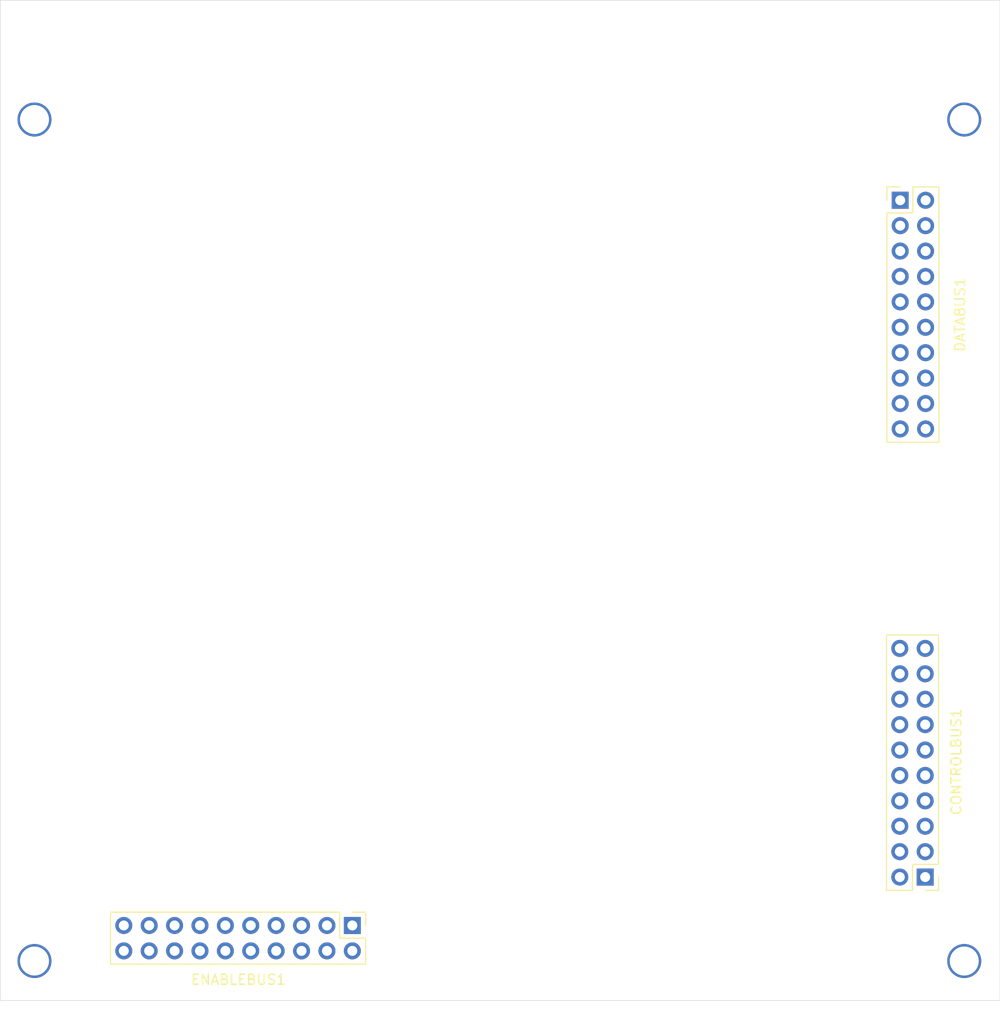
<source format=kicad_pcb>
(kicad_pcb (version 20201220) (generator pcbnew)
  (layers (0 "F.Cu" signal) (1 "In1.Cu" signal) (2 "In2.Cu" signal) (31 "B.Cu" signal) (34 "B.Paste" user) (35 "F.Paste" user) (36 "B.SilkS" user "B.Silkscreen") (37 "F.SilkS" user "F.Silkscreen") (38 "B.Mask" user) (39 "F.Mask" user) (44 "Edge.Cuts" user))
  (net 0 "")
  (net 1 "/{slash}RES")
  (net 2 "/{slash}IRQ")
  (net 3 "/TARUNMODE")
  (net 4 "/TODIRQ")
  (net 5 "/ENABLE_NAND")
  (net 6 "/TBPULSE")
  (net 7 "/ALARM")
  (net 8 "/TAPULSE")
  (net 9 "/TODIN")
  (net 10 "/TOD")
  (net 11 "/SPMODE")
  (net 12 "/{slash}FLAG")
  (net 13 "/TBOUT")
  (net 14 "/PHI2")
  (net 15 "/TAOUT")
  (net 16 "/SP")
  (net 17 "/PB7ON")
  (net 18 "/CNT")
  (net 19 "/PB6ON")
  (net 20 "/buses/TASTART")
  (net 21 "/DZ2")
  (net 22 "/DZ6")
  (net 23 "/DZ5")
  (net 24 "/DZ1")
  (net 25 "/DZ3")
  (net 26 "/DZ7")
  (net 27 "/DZ4")
  (net 28 "/DZ0")
  (net 29 "VCC")
  (net 30 "GND")
  (net 31 "/buses/D0")
  (net 32 "/buses/D1")
  (net 33 "/buses/D2")
  (net 34 "/buses/D3")
  (net 35 "/buses/D4")
  (net 36 "/buses/D5")
  (net 37 "/buses/D6")
  (net 38 "/buses/D7")
  (net 39 "/EN15")
  (net 40 "/EN8")
  (net 41 "/EN9")
  (net 42 "/EN10")
  (net 43 "/EN11")
  (net 44 "/EN12")
  (net 45 "/EN13")
  (net 46 "/EN14")
  (net 47 "/EN4")
  (net 48 "/EN7")
  (net 49 "/EN5")
  (net 50 "/EN6")
  (footprint "Connector_PinHeader_2.54mm:PinHeader_2x10_P2.54mm_Vertical" (layer "F.Cu") (at 190 65)
    (fp_text reference "DATABUS1" (at 5.979405 11.433523 90) (layer "F.SilkS"))
    (fp_text value "Conn_02x10_Odd_Even")
    (fp_line (start 3.87 -1.33) (end 3.87 24.19) (layer "F.SilkS") (width 0.12))
    (fp_line (start -1.33 0) (end -1.33 -1.33) (layer "F.SilkS") (width 0.12))
    (fp_line (start -1.33 1.27) (end 1.27 1.27) (layer "F.SilkS") (width 0.12))
    (fp_line (start 1.27 -1.33) (end 3.87 -1.33) (layer "F.SilkS") (width 0.12))
    (fp_line (start -1.33 -1.33) (end 0 -1.33) (layer "F.SilkS") (width 0.12))
    (fp_line (start -1.33 1.27) (end -1.33 24.19) (layer "F.SilkS") (width 0.12))
    (fp_line (start 1.27 1.27) (end 1.27 -1.33) (layer "F.SilkS") (width 0.12))
    (fp_line (start -1.33 24.19) (end 3.87 24.19) (layer "F.SilkS") (width 0.12))
    (pad "1" thru_hole rect (at 0 0) (size 1.7 1.7) (drill 1) (layers *.Cu *.Mask) (net 38 "/buses/D7"))
    (pad "2" thru_hole oval (at 2.54 0) (size 1.7 1.7) (drill 1) (layers *.Cu *.Mask) (net 37 "/buses/D6"))
    (pad "3" thru_hole oval (at 0 2.54) (size 1.7 1.7) (drill 1) (layers *.Cu *.Mask) (net 36 "/buses/D5"))
    (pad "4" thru_hole oval (at 2.54 2.54) (size 1.7 1.7) (drill 1) (layers *.Cu *.Mask) (net 35 "/buses/D4"))
    (pad "5" thru_hole oval (at 0 5.08) (size 1.7 1.7) (drill 1) (layers *.Cu *.Mask) (net 34 "/buses/D3"))
    (pad "6" thru_hole oval (at 2.54 5.08) (size 1.7 1.7) (drill 1) (layers *.Cu *.Mask) (net 33 "/buses/D2"))
    (pad "7" thru_hole oval (at 0 7.62) (size 1.7 1.7) (drill 1) (layers *.Cu *.Mask) (net 32 "/buses/D1"))
    (pad "8" thru_hole oval (at 2.54 7.62) (size 1.7 1.7) (drill 1) (layers *.Cu *.Mask) (net 31 "/buses/D0"))
    (pad "9" thru_hole oval (at 0 10.16) (size 1.7 1.7) (drill 1) (layers *.Cu *.Mask) (net 29 "VCC"))
    (pad "10" thru_hole oval (at 2.54 10.16) (size 1.7 1.7) (drill 1) (layers *.Cu *.Mask) (net 30 "GND"))
    (pad "11" thru_hole oval (at 0 12.7) (size 1.7 1.7) (drill 1) (layers *.Cu *.Mask) (net 30 "GND"))
    (pad "12" thru_hole oval (at 2.54 12.7) (size 1.7 1.7) (drill 1) (layers *.Cu *.Mask) (net 29 "VCC"))
    (pad "13" thru_hole oval (at 0 15.24) (size 1.7 1.7) (drill 1) (layers *.Cu *.Mask) (net 28 "/DZ0"))
    (pad "14" thru_hole oval (at 2.54 15.24) (size 1.7 1.7) (drill 1) (layers *.Cu *.Mask) (net 27 "/DZ4"))
    (pad "15" thru_hole oval (at 0 17.78) (size 1.7 1.7) (drill 1) (layers *.Cu *.Mask) (net 26 "/DZ7"))
    (pad "16" thru_hole oval (at 2.54 17.78) (size 1.7 1.7) (drill 1) (layers *.Cu *.Mask) (net 25 "/DZ3"))
    (pad "17" thru_hole oval (at 0 20.32) (size 1.7 1.7) (drill 1) (layers *.Cu *.Mask) (net 24 "/DZ1"))
    (pad "18" thru_hole oval (at 2.54 20.32) (size 1.7 1.7) (drill 1) (layers *.Cu *.Mask) (net 23 "/DZ5"))
    (pad "19" thru_hole oval (at 0 22.86) (size 1.7 1.7) (drill 1) (layers *.Cu *.Mask) (net 22 "/DZ6"))
    (pad "20" thru_hole oval (at 2.54 22.86) (size 1.7 1.7) (drill 1) (layers *.Cu *.Mask) (net 21 "/DZ2"))
  )
  (footprint "Connector_PinHeader_2.54mm:PinHeader_2x10_P2.54mm_Vertical" (layer "F.Cu") (at 192.5 132.66 180)
    (fp_text reference "CONTROLBUS1" (at -3.106867 11.512027 270) (layer "F.SilkS"))
    (fp_text value "Conn_02x10_Odd_Even")
    (fp_line (start 3.87 -1.33) (end 3.87 24.19) (layer "F.SilkS") (width 0.12))
    (fp_line (start -1.33 24.19) (end 3.87 24.19) (layer "F.SilkS") (width 0.12))
    (fp_line (start 1.27 1.27) (end 1.27 -1.33) (layer "F.SilkS") (width 0.12))
    (fp_line (start -1.33 -1.33) (end 0 -1.33) (layer "F.SilkS") (width 0.12))
    (fp_line (start 1.27 -1.33) (end 3.87 -1.33) (layer "F.SilkS") (width 0.12))
    (fp_line (start -1.33 0) (end -1.33 -1.33) (layer "F.SilkS") (width 0.12))
    (fp_line (start -1.33 1.27) (end -1.33 24.19) (layer "F.SilkS") (width 0.12))
    (fp_line (start -1.33 1.27) (end 1.27 1.27) (layer "F.SilkS") (width 0.12))
    (pad "1" thru_hole rect (at 0 0 180) (size 1.7 1.7) (drill 1) (layers *.Cu *.Mask) (net 20 "/buses/TASTART"))
    (pad "2" thru_hole oval (at 2.54 0 180) (size 1.7 1.7) (drill 1) (layers *.Cu *.Mask) (net 19 "/PB6ON"))
    (pad "3" thru_hole oval (at 0 2.54 180) (size 1.7 1.7) (drill 1) (layers *.Cu *.Mask) (net 18 "/CNT"))
    (pad "4" thru_hole oval (at 2.54 2.54 180) (size 1.7 1.7) (drill 1) (layers *.Cu *.Mask) (net 17 "/PB7ON"))
    (pad "5" thru_hole oval (at 0 5.08 180) (size 1.7 1.7) (drill 1) (layers *.Cu *.Mask) (net 16 "/SP"))
    (pad "6" thru_hole oval (at 2.54 5.08 180) (size 1.7 1.7) (drill 1) (layers *.Cu *.Mask) (net 15 "/TAOUT"))
    (pad "7" thru_hole oval (at 0 7.62 180) (size 1.7 1.7) (drill 1) (layers *.Cu *.Mask) (net 14 "/PHI2"))
    (pad "8" thru_hole oval (at 2.54 7.62 180) (size 1.7 1.7) (drill 1) (layers *.Cu *.Mask) (net 13 "/TBOUT"))
    (pad "9" thru_hole oval (at 0 10.16 180) (size 1.7 1.7) (drill 1) (layers *.Cu *.Mask) (net 12 "/{slash}FLAG"))
    (pad "10" thru_hole oval (at 2.54 10.16 180) (size 1.7 1.7) (drill 1) (layers *.Cu *.Mask) (net 11 "/SPMODE"))
    (pad "11" thru_hole oval (at 0 12.7 180) (size 1.7 1.7) (drill 1) (layers *.Cu *.Mask) (net 10 "/TOD"))
    (pad "12" thru_hole oval (at 2.54 12.7 180) (size 1.7 1.7) (drill 1) (layers *.Cu *.Mask) (net 9 "/TODIN"))
    (pad "13" thru_hole oval (at 0 15.24 180) (size 1.7 1.7) (drill 1) (layers *.Cu *.Mask) (net 8 "/TAPULSE"))
    (pad "14" thru_hole oval (at 2.54 15.24 180) (size 1.7 1.7) (drill 1) (layers *.Cu *.Mask) (net 7 "/ALARM"))
    (pad "15" thru_hole oval (at 0 17.78 180) (size 1.7 1.7) (drill 1) (layers *.Cu *.Mask) (net 6 "/TBPULSE"))
    (pad "16" thru_hole oval (at 2.54 17.78 180) (size 1.7 1.7) (drill 1) (layers *.Cu *.Mask) (net 5 "/ENABLE_NAND"))
    (pad "17" thru_hole oval (at 0 20.32 180) (size 1.7 1.7) (drill 1) (layers *.Cu *.Mask) (net 4 "/TODIRQ"))
    (pad "18" thru_hole oval (at 2.54 20.32 180) (size 1.7 1.7) (drill 1) (layers *.Cu *.Mask) (net 3 "/TARUNMODE"))
    (pad "19" thru_hole oval (at 0 22.86 180) (size 1.7 1.7) (drill 1) (layers *.Cu *.Mask) (net 2 "/{slash}IRQ"))
    (pad "20" thru_hole oval (at 2.54 22.86 180) (size 1.7 1.7) (drill 1) (layers *.Cu *.Mask) (net 1 "/{slash}RES"))
  )
  (footprint "Connector_PinHeader_2.54mm:PinHeader_2x10_P2.54mm_Vertical" (layer "F.Cu") (at 135.2 137.5 -90)
    (fp_text reference "ENABLEBUS1" (at 5.421035 11.393898 180) (layer "F.SilkS"))
    (fp_text value "Conn_02x10_Odd_Even")
    (fp_line (start -1.33 0) (end -1.33 -1.33) (layer "F.SilkS") (width 0.12))
    (fp_line (start -1.33 24.19) (end 3.87 24.19) (layer "F.SilkS") (width 0.12))
    (fp_line (start -1.33 -1.33) (end 0 -1.33) (layer "F.SilkS") (width 0.12))
    (fp_line (start -1.33 1.27) (end 1.27 1.27) (layer "F.SilkS") (width 0.12))
    (fp_line (start 3.87 -1.33) (end 3.87 24.19) (layer "F.SilkS") (width 0.12))
    (fp_line (start 1.27 1.27) (end 1.27 -1.33) (layer "F.SilkS") (width 0.12))
    (fp_line (start 1.27 -1.33) (end 3.87 -1.33) (layer "F.SilkS") (width 0.12))
    (fp_line (start -1.33 1.27) (end -1.33 24.19) (layer "F.SilkS") (width 0.12))
    (pad "1" thru_hole rect (at 0 0 270) (size 1.7 1.7) (drill 1) (layers *.Cu *.Mask) (net 50 "/EN6"))
    (pad "2" thru_hole oval (at 2.54 0 270) (size 1.7 1.7) (drill 1) (layers *.Cu *.Mask) (net 49 "/EN5"))
    (pad "3" thru_hole oval (at 0 2.54 270) (size 1.7 1.7) (drill 1) (layers *.Cu *.Mask) (net 48 "/EN7"))
    (pad "4" thru_hole oval (at 2.54 2.54 270) (size 1.7 1.7) (drill 1) (layers *.Cu *.Mask) (net 47 "/EN4"))
    (pad "5" thru_hole oval (at 0 5.08 270) (size 1.7 1.7) (drill 1) (layers *.Cu *.Mask) (net 46 "/EN14"))
    (pad "6" thru_hole oval (at 2.54 5.08 270) (size 1.7 1.7) (drill 1) (layers *.Cu *.Mask) (net 30 "GND"))
    (pad "7" thru_hole oval (at 0 7.62 270) (size 1.7 1.7) (drill 1) (layers *.Cu *.Mask) (net 45 "/EN13"))
    (pad "8" thru_hole oval (at 2.54 7.62 270) (size 1.7 1.7) (drill 1) (layers *.Cu *.Mask) (net 30 "GND"))
    (pad "9" thru_hole oval (at 0 10.16 270) (size 1.7 1.7) (drill 1) (layers *.Cu *.Mask) (net 44 "/EN12"))
    (pad "10" thru_hole oval (at 2.54 10.16 270) (size 1.7 1.7) (drill 1) (layers *.Cu *.Mask) (net 30 "GND"))
    (pad "11" thru_hole oval (at 0 12.7 270) (size 1.7 1.7) (drill 1) (layers *.Cu *.Mask) (net 43 "/EN11"))
    (pad "12" thru_hole oval (at 2.54 12.7 270) (size 1.7 1.7) (drill 1) (layers *.Cu *.Mask) (net 30 "GND"))
    (pad "13" thru_hole oval (at 0 15.24 270) (size 1.7 1.7) (drill 1) (layers *.Cu *.Mask) (net 42 "/EN10"))
    (pad "14" thru_hole oval (at 2.54 15.24 270) (size 1.7 1.7) (drill 1) (layers *.Cu *.Mask) (net 29 "VCC"))
    (pad "15" thru_hole oval (at 0 17.78 270) (size 1.7 1.7) (drill 1) (layers *.Cu *.Mask) (net 41 "/EN9"))
    (pad "16" thru_hole oval (at 2.54 17.78 270) (size 1.7 1.7) (drill 1) (layers *.Cu *.Mask) (net 29 "VCC"))
    (pad "17" thru_hole oval (at 0 20.32 270) (size 1.7 1.7) (drill 1) (layers *.Cu *.Mask) (net 40 "/EN8"))
    (pad "18" thru_hole oval (at 2.54 20.32 270) (size 1.7 1.7) (drill 1) (layers *.Cu *.Mask) (net 29 "VCC"))
    (pad "19" thru_hole oval (at 0 22.86 270) (size 1.7 1.7) (drill 1) (layers *.Cu *.Mask) (net 39 "/EN15"))
    (pad "20" thru_hole oval (at 2.54 22.86 270) (size 1.7 1.7) (drill 1) (layers *.Cu *.Mask) (net 29 "VCC"))
  )
  (gr_line (start 199.981802 45.005538) (end 99.981802 45.005538) (layer "Edge.Cuts") (width 0.05))
  (gr_line (start 99.981802 145.005538) (end 199.981802 145.005538) (layer "Edge.Cuts") (width 0.05))
  (gr_line (start 99.981802 45.005538) (end 99.981802 145.005538) (layer "Edge.Cuts") (width 0.05))
  (gr_line (start 199.981802 145.005538) (end 199.981802 45.005538) (layer "Edge.Cuts") (width 0.05))
  (via (at 103.406802 56.930538) (size 3.4) (drill 2.9) (layers "F.Cu" "B.Cu") (net 30))
  (via (at 103.406802 141.055538) (size 3.4) (drill 2.9) (layers "F.Cu" "B.Cu") (net 30))
  (via (at 196.406802 56.930538) (size 3.4) (drill 2.9) (layers "F.Cu" "B.Cu") (net 30))
  (via (at 196.406802 141.055538) (size 3.4) (drill 2.9) (layers "F.Cu" "B.Cu") (net 30))
)
</source>
